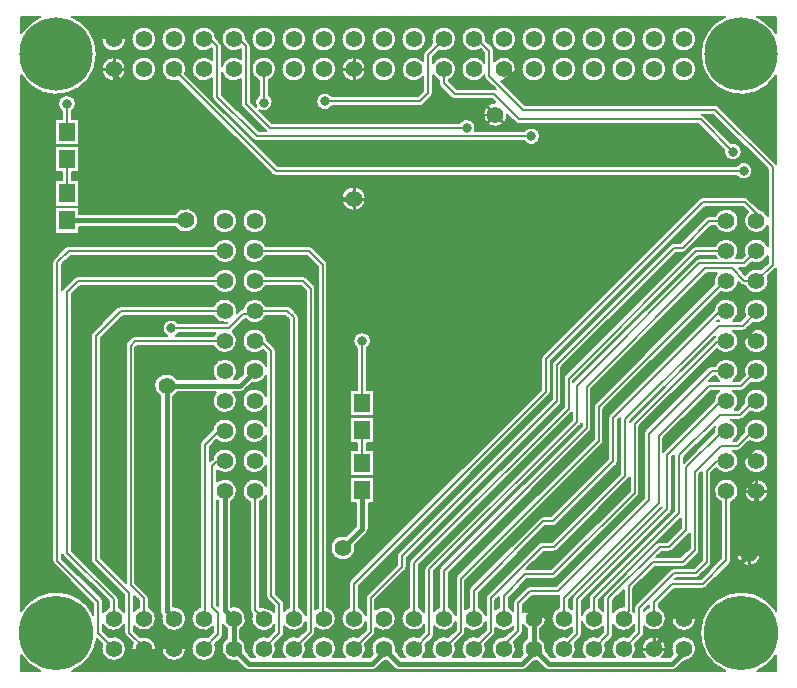
<source format=gbr>
%FSLAX25Y25*%
%MOIN*%
G04 EasyPC Gerber Version 18.0.6 Build 3620 *
%ADD28R,0.05500X0.06000*%
%ADD70C,0.00500*%
%ADD21C,0.00600*%
%ADD22C,0.01000*%
%ADD146C,0.01600*%
%ADD75C,0.03200*%
%ADD90C,0.05500*%
%ADD29C,0.05600*%
%ADD144C,0.24409*%
%ADD145C,0.24803*%
X0Y0D02*
D02*
D70*
X9661Y8781D02*
Y3537D01*
X15876*
G75*
G02X9661Y8781I5364J12662*
G01*
G36*
Y3537*
X15876*
G75*
G02X9661Y8781I5364J12662*
G01*
G37*
Y23617D02*
G75*
G02X33564Y22302I11580J-7418D01*
G01*
Y25880*
X20447Y38996*
G75*
G02X19964Y40163I1167J1167*
G01*
Y139763*
G75*
G02X20447Y140930I1650J0*
G01*
X24206Y144689*
G75*
G02X25373Y145172I1167J-1167*
G01*
X73669*
G75*
G02X77422Y147622I3753J-1650*
G01*
G75*
G02Y139422J-4100*
G01*
G75*
G02X73669Y141872J4100*
G01*
X26056*
X23264Y139080*
Y130329*
G75*
G02X23647Y130930I1550J-566*
G01*
X27406Y134689*
G75*
G02X28573Y135172I1167J-1167*
G01*
X73669*
G75*
G02X77422Y137622I3753J-1650*
G01*
G75*
G02Y129422J-4100*
G01*
G75*
G02X73669Y131872J4100*
G01*
X29256*
X26464Y129080*
Y43646*
X41580Y28530*
G75*
G02X42064Y27363I-1167J-1167*
G01*
Y24716*
G75*
G02X43964Y23014I-1650J-3753*
G01*
Y28680*
X33247Y39396*
G75*
G02X32764Y40563I1167J1167*
G01*
Y115122*
G75*
G02X33247Y116289I1650J0*
G01*
X41647Y124689*
G75*
G02X42814Y125172I1167J-1167*
G01*
X73669*
G75*
G02X81444Y122726I3753J-1650*
G01*
X82447Y123730*
G75*
G02X83378Y124196I1167J-1167*
G01*
G75*
G02X91175Y125172I4044J-674*
G01*
X98255*
G75*
G02X99421Y124689I0J-1650*
G01*
X101580Y122530*
G75*
G02X102064Y121363I-1167J-1167*
G01*
Y24716*
G75*
G02X104364Y22062I-1650J-3753*
G01*
Y130280*
X102771Y131872*
X91175*
G75*
G02X87422Y129422I-3753J1650*
G01*
G75*
G02Y137622J4100*
G01*
G75*
G02X91175Y135172J-4100*
G01*
X103455*
G75*
G02X104621Y134689I0J-1650*
G01*
X107180Y132130*
G75*
G02X107664Y130963I-1167J-1167*
G01*
Y24004*
G75*
G02X108364Y24514I2750J-3041*
G01*
Y138280*
X104771Y141872*
X91175*
G75*
G02X87422Y139422I-3753J1650*
G01*
G75*
G02Y147622J4100*
G01*
G75*
G02X91175Y145172J-4100*
G01*
X105455*
G75*
G02X106621Y144689I0J-1650*
G01*
X111180Y140130*
G75*
G02X111664Y138963I-1167J-1167*
G01*
Y24868*
G75*
G02X114514Y20963I-1250J-3905*
G01*
G75*
G02X107664Y17922I-4100*
G01*
Y16563*
G75*
G02X107180Y15396I-1650J0*
G01*
X104235Y12450*
G75*
G02X103361Y8113I-3821J-1487*
G01*
X107466*
G75*
G02X106314Y10963I2948J2850*
G01*
G75*
G02X114514I4100*
G01*
G75*
G02X113361Y8113I-4100*
G01*
X117466*
G75*
G02X121901Y14784I2948J2850*
G01*
X124364Y17246*
Y19864*
G75*
G02X116314Y20963I-3950J1099*
G01*
G75*
G02X118764Y24716I4100*
G01*
Y32563*
G75*
G02X119247Y33730I1650J0*
G01*
X182764Y97246*
Y107363*
G75*
G02X183247Y108530I1650J0*
G01*
X235647Y160930*
G75*
G02X236814Y161413I1167J-1167*
G01*
X250814*
G75*
G02X251980Y160930I0J-1650*
G01*
X255362Y157548*
G75*
G02X258364Y155118I-775J-4026*
G01*
Y170680*
X240130Y188913*
X236580*
G75*
G02X237180Y188530I-566J-1550*
G01*
X246251Y179459*
G75*
G02X249764Y176563I563J-2896*
G01*
G75*
G02X243864I-2950*
G01*
G75*
G02X243918Y177126I2950J1*
G01*
X235330Y185713*
X175614*
G75*
G02X174447Y186196I0J1650*
G01*
X171664Y188980*
G75*
G02Y188963I-4049J-8*
G01*
G75*
G02X163564I-4050*
G01*
G75*
G02X167630Y193013I4050*
G01*
X166530Y194113*
X154014*
G75*
G02X152847Y194596I0J1650*
G01*
X149247Y198196*
G75*
G02X148764Y199363I1167J1167*
G01*
Y200359*
G75*
G02X146864Y202061I1650J3753*
G01*
Y196163*
G75*
G02X146380Y194996I-1650J0*
G01*
X143580Y192196*
G75*
G02X142414Y191713I-1167J1167*
G01*
X113259*
G75*
G02X107864Y193363I-2445J1650*
G01*
G75*
G02X113259Y195013I2950*
G01*
X141730*
X143564Y196846*
Y201488*
G75*
G02X136314Y204113I-3150J2624*
G01*
G75*
G02X143564Y206737I4100*
G01*
Y208913*
G75*
G02X144047Y210079I1650J0*
G01*
X146593Y212625*
G75*
G02X146314Y214113I3821J1487*
G01*
G75*
G02X154514I4100*
G01*
G75*
G02X148926Y210292I-4100*
G01*
X146864Y208229*
Y206164*
G75*
G02X154514Y204113I3550J-2051*
G01*
G75*
G02X152064Y200359I-4100*
G01*
Y200046*
X154697Y197413*
X167214*
G75*
G02X167705Y197338I0J-1650*
G01*
X164447Y200596*
G75*
G02X163964Y201763I1167J1167*
G01*
Y202061*
G75*
G02X156314Y204113I-3550J2051*
G01*
G75*
G02X163964Y206164I4100*
G01*
Y209480*
X162720Y210723*
G75*
G02X156314Y214113I-2307J3390*
G01*
G75*
G02X164514I4100*
G01*
G75*
G02X164485Y213626I-4099J1*
G01*
X166780Y211330*
G75*
G02X167264Y210163I-1167J-1167*
G01*
Y206737*
G75*
G02X174514Y204113I3150J-2624*
G01*
G75*
G02X169620Y200090I-4100*
G01*
X177497Y192213*
X240814*
G75*
G02X241980Y191730I0J-1650*
G01*
X261167Y172544*
Y202067*
G75*
G02X236032Y209113I-11580J7046*
G01*
G75*
G02X244263Y221578I13555*
G01*
X26565*
G75*
G02X34795Y209113I-5324J-12465*
G01*
G75*
G02X9661Y202067I-13555*
G01*
Y23617*
X23164Y167013D02*
Y169713D01*
X20714*
Y178413*
X28914*
Y169713*
X26464*
Y167013*
X28914*
Y158313*
X20714*
Y167013*
X23164*
Y187413D02*
Y190118D01*
G75*
G02X21864Y192563I1650J2445*
G01*
G75*
G02X27764I2950*
G01*
G75*
G02X26464Y190118I-2950*
G01*
Y187413*
X28914*
Y178713*
X20714*
Y187413*
X23164*
X28914Y151513D02*
Y149313D01*
X20714*
Y158013*
X28914*
Y155813*
X60864*
G75*
G02X68564Y153663I3550J-2150*
G01*
G75*
G02X60864Y151513I-4150*
G01*
X28914*
X36314Y214113D02*
G75*
G02X44514I4100D01*
G01*
G75*
G02X36314I-4100*
G01*
X36414Y204113D02*
G75*
G02X44414I4000D01*
G01*
G75*
G02X36414I-4000*
G01*
X46314D02*
G75*
G02X54514I4100D01*
G01*
G75*
G02X46314I-4100*
G01*
Y214113D02*
G75*
G02X54514I4100D01*
G01*
G75*
G02X46314I-4100*
G01*
X56314D02*
G75*
G02X64514I4100D01*
G01*
G75*
G02X56314I-4100*
G01*
X61901Y200292D02*
G75*
G02X56314Y204113I-1487J3821D01*
G01*
G75*
G02X64514I4100*
G01*
G75*
G02X64235Y202625I-4100J0*
G01*
X95047Y171813*
X247969*
G75*
G02X253364Y170163I2445J-1650*
G01*
G75*
G02X247969Y168513I-2950*
G01*
X94363*
G75*
G02X93197Y168996I0J1650*
G01*
X61901Y200292*
X73164Y201072D02*
G75*
G02X66314Y204113I-2750J3041D01*
G01*
G75*
G02X73164Y207154I4100*
G01*
Y211072*
G75*
G02X66314Y214113I-2750J3041*
G01*
G75*
G02X74503Y214407I4100*
G01*
X75980Y212930*
G75*
G02X76464Y211763I-1167J-1167*
G01*
Y205211*
G75*
G02X82764Y207472I3950J-1099*
G01*
Y210753*
G75*
G02X76314Y214113I-2350J3360*
G01*
G75*
G02X84514I4100*
G01*
G75*
G02X84512Y213998I-4100J-1*
G01*
X85580Y212930*
G75*
G02X86064Y211763I-1167J-1167*
G01*
Y193246*
X87915Y191396*
G75*
G02X88764Y195408I2499J1567*
G01*
Y200359*
G75*
G02X86314Y204113I1650J3753*
G01*
G75*
G02X94514I4100*
G01*
G75*
G02X92064Y200359I-4100*
G01*
Y195408*
G75*
G02X88846Y190464I-1650J-2445*
G01*
X93097Y186213*
X155569*
G75*
G02X160730Y183413I2445J-1650*
G01*
X177169*
G75*
G02X182564Y181763I2445J-1650*
G01*
G75*
G02X177169Y180113I-2950*
G01*
X88014*
G75*
G02X86847Y180596I0J1650*
G01*
X73647Y193796*
G75*
G02X73164Y194963I1167J1167*
G01*
Y201072*
X77422Y149422D02*
G75*
G02Y157622J4100D01*
G01*
G75*
G02Y149422J-4100*
G01*
X86314Y214113D02*
G75*
G02X94514I4100D01*
G01*
G75*
G02X86314I-4100*
G01*
X87422Y149422D02*
G75*
G02Y157622J4100D01*
G01*
G75*
G02Y149422J-4100*
G01*
X96314Y204113D02*
G75*
G02X104514I4100D01*
G01*
G75*
G02X96314I-4100*
G01*
Y214113D02*
G75*
G02X104514I4100D01*
G01*
G75*
G02X96314I-4100*
G01*
X106314Y204113D02*
G75*
G02X114514I4100D01*
G01*
G75*
G02X106314I-4100*
G01*
Y214113D02*
G75*
G02X114514I4100D01*
G01*
G75*
G02X106314I-4100*
G01*
X116314D02*
G75*
G02X124514I4100D01*
G01*
G75*
G02X116314I-4100*
G01*
X116364Y160963D02*
G75*
G02X124464I4050D01*
G01*
G75*
G02X116364I-4050*
G01*
X116414Y204113D02*
G75*
G02X124414I4000D01*
G01*
G75*
G02X116414I-4000*
G01*
X117804Y48593D02*
X121064Y51854D01*
Y59613*
X119114*
Y68313*
X127314*
Y59613*
X125364*
Y50963*
G75*
G02X124734Y49443I-2150J0*
G01*
X120844Y45553*
G75*
G02X120964Y44563I-4031J-989*
G01*
G75*
G02X112664I-4150*
G01*
G75*
G02X117804Y48593I4150*
G01*
X121564Y77313D02*
Y79613D01*
X119114*
Y88313*
X127314*
Y79613*
X124864*
Y77313*
X127314*
Y68613*
X119114*
Y77313*
X121564*
Y97313D02*
Y111077D01*
G75*
G02X120264Y113522I1650J2445*
G01*
G75*
G02X126164I2950*
G01*
G75*
G02X124864Y111077I-2950*
G01*
Y97313*
X127314*
Y88613*
X119114*
Y97313*
X121564*
X126314Y204113D02*
G75*
G02X134514I4100D01*
G01*
G75*
G02X126314I-4100*
G01*
Y214113D02*
G75*
G02X134514I4100D01*
G01*
G75*
G02X126314I-4100*
G01*
X136314D02*
G75*
G02X144514I4100D01*
G01*
G75*
G02X136314I-4100*
G01*
X166314D02*
G75*
G02X174514I4100D01*
G01*
G75*
G02X166314I-4100*
G01*
X176314Y204113D02*
G75*
G02X184514I4100D01*
G01*
G75*
G02X176314I-4100*
G01*
Y214113D02*
G75*
G02X184514I4100D01*
G01*
G75*
G02X176314I-4100*
G01*
X186314Y204113D02*
G75*
G02X194514I4100D01*
G01*
G75*
G02X186314I-4100*
G01*
Y214113D02*
G75*
G02X194514I4100D01*
G01*
G75*
G02X186314I-4100*
G01*
X196314Y204113D02*
G75*
G02X204514I4100D01*
G01*
G75*
G02X196314I-4100*
G01*
Y214113D02*
G75*
G02X204514I4100D01*
G01*
G75*
G02X196314I-4100*
G01*
X206314Y204113D02*
G75*
G02X214514I4100D01*
G01*
G75*
G02X206314I-4100*
G01*
Y214113D02*
G75*
G02X214514I4100D01*
G01*
G75*
G02X206314I-4100*
G01*
X216314Y204113D02*
G75*
G02X224514I4100D01*
G01*
G75*
G02X216314I-4100*
G01*
Y214113D02*
G75*
G02X224514I4100D01*
G01*
G75*
G02X216314I-4100*
G01*
X226314Y204113D02*
G75*
G02X234514I4100D01*
G01*
G75*
G02X226314I-4100*
G01*
Y214113D02*
G75*
G02X234514I4100D01*
G01*
G75*
G02X226314I-4100*
G01*
X9661Y168363D02*
G36*
Y160963D01*
X20714*
Y167013*
X23164*
Y168363*
X9661*
G37*
X23164D02*
G36*
Y169713D01*
X20714*
Y178413*
X28914*
Y169713*
X26464*
Y168363*
X248077*
G75*
G02X247969Y168513I2336J1800*
G01*
X94363*
G75*
G02X93197Y168996I0J1650*
G01*
X75080Y187113*
X28914*
Y178713*
X20714*
Y187113*
X9661*
Y168363*
X23164*
G37*
X26464D02*
G36*
Y167013D01*
X28914*
Y160963*
X116364*
G75*
G02X124464I4050*
G01*
X235682*
G75*
G02X236814Y161413I1132J-1200*
G01*
X250814*
G75*
G02X251980Y160930I0J-1650*
G01*
X255362Y157548*
G75*
G02X258364Y155118I-775J-4026*
G01*
Y168363*
X252751*
G75*
G02X248077I-2337J1800*
G01*
X26464*
G37*
X258364D02*
G36*
Y170680D01*
X240130Y188913*
X236580*
G75*
G02X237180Y188530I-566J-1550*
G01*
X246251Y179459*
G75*
G02X249764Y176563I563J-2896*
G01*
G75*
G02X243864I-2950*
G01*
G75*
G02X243918Y177126I2950J1*
G01*
X235330Y185713*
X175614*
G75*
G02X174447Y186196I0J1650*
G01*
X171664Y188980*
G75*
G02Y188963I-4049J-8*
G01*
G75*
G02X164011Y187113I-4050*
G01*
X159497*
G75*
G02X160730Y183413I-1483J-2550*
G01*
X177169*
G75*
G02X182564Y181763I2445J-1650*
G01*
G75*
G02X177169Y180113I-2950*
G01*
X88014*
G75*
G02X86847Y180596I0J1650*
G01*
X80331Y187113*
X79747*
X95047Y171813*
X247969*
G75*
G02X253364Y170163I2445J-1650*
G01*
G75*
G02X252751Y168363I-2950J0*
G01*
X258364*
G37*
X20714Y187113D02*
G36*
Y187413D01*
X23164*
Y190118*
G75*
G02X21864Y192563I1650J2445*
G01*
G75*
G02X27764I2950*
G01*
G75*
G02X26464Y190118I-2950*
G01*
Y187413*
X28914*
Y187113*
X75080*
X61901Y200292*
G75*
G02X56314Y204113I-1487J3821*
G01*
X54514*
G75*
G02X46314I-4100*
G01*
X44414*
G75*
G02X36414I-4000*
G01*
X33839*
G75*
G02X9661Y202067I-12599J5000*
G01*
Y187113*
X20714*
G37*
X80331D02*
G36*
X73647Y193796D01*
G75*
G02X73164Y194963I1167J1167*
G01*
Y201072*
G75*
G02X66314Y204113I-2750J3041*
G01*
X64514*
G75*
G02X64235Y202625I-4100J0*
G01*
X79747Y187113*
X80331*
G37*
X164011D02*
G36*
G75*
G02X163564Y188963I3603J1850D01*
G01*
G75*
G02X167630Y193013I4050*
G01*
X166530Y194113*
X154014*
G75*
G02X152847Y194596I0J1650*
G01*
X149247Y198196*
G75*
G02X148764Y199363I1167J1167*
G01*
Y200359*
G75*
G02X146864Y202061I1650J3753*
G01*
Y196163*
G75*
G02X146380Y194996I-1650J0*
G01*
X143580Y192196*
G75*
G02X142414Y191713I-1167J1167*
G01*
X113259*
G75*
G02X107864Y193363I-2445J1650*
G01*
G75*
G02X113259Y195013I2950*
G01*
X141730*
X143564Y196846*
Y201488*
G75*
G02X136314Y204113I-3150J2624*
G01*
X134514*
G75*
G02X126314I-4100*
G01*
X124414*
G75*
G02X116414I-4000*
G01*
X114514*
G75*
G02X106314I-4100*
G01*
X104514*
G75*
G02X96314I-4100*
G01*
X94514*
G75*
G02X92064Y200359I-4100*
G01*
Y195408*
G75*
G02X88846Y190464I-1650J-2445*
G01*
X93097Y186213*
X155569*
G75*
G02X159497Y187113I2445J-1650*
G01*
X164011*
G37*
X9661Y153663D02*
G36*
Y23617D01*
G75*
G02X33564Y22302I11580J-7418*
G01*
Y25880*
X20447Y38996*
G75*
G02X19964Y40163I1167J1167*
G01*
Y139763*
G75*
G02X20447Y140930I1650J0*
G01*
X24206Y144689*
G75*
G02X25373Y145172I1167J-1167*
G01*
X73669*
G75*
G02X77422Y147622I3753J-1650*
G01*
G75*
G02Y139422J-4100*
G01*
G75*
G02X73669Y141872J4100*
G01*
X26056*
X23264Y139080*
Y130329*
G75*
G02X23647Y130930I1550J-566*
G01*
X27406Y134689*
G75*
G02X28573Y135172I1167J-1167*
G01*
X73669*
G75*
G02X77422Y137622I3753J-1650*
G01*
G75*
G02Y129422J-4100*
G01*
G75*
G02X73669Y131872J4100*
G01*
X29256*
X26464Y129080*
Y43646*
X41580Y28530*
G75*
G02X42064Y27363I-1167J-1167*
G01*
Y24716*
G75*
G02X43964Y23014I-1650J-3753*
G01*
Y28680*
X33247Y39396*
G75*
G02X32764Y40563I1167J1167*
G01*
Y115122*
G75*
G02X33247Y116289I1650J0*
G01*
X41647Y124689*
G75*
G02X42814Y125172I1167J-1167*
G01*
X73669*
G75*
G02X81444Y122726I3753J-1650*
G01*
X82447Y123730*
G75*
G02X83378Y124196I1167J-1167*
G01*
G75*
G02X91175Y125172I4044J-674*
G01*
X98255*
G75*
G02X99421Y124689I0J-1650*
G01*
X101580Y122530*
G75*
G02X102064Y121363I-1167J-1167*
G01*
Y24716*
G75*
G02X104364Y22062I-1650J-3753*
G01*
Y130280*
X102771Y131872*
X91175*
G75*
G02X87422Y129422I-3753J1650*
G01*
G75*
G02Y137622J4100*
G01*
G75*
G02X91175Y135172J-4100*
G01*
X103455*
G75*
G02X104621Y134689I0J-1650*
G01*
X107180Y132130*
G75*
G02X107664Y130963I-1167J-1167*
G01*
Y24004*
G75*
G02X108364Y24514I2750J-3041*
G01*
Y138280*
X104771Y141872*
X91175*
G75*
G02X87422Y139422I-3753J1650*
G01*
G75*
G02Y147622J4100*
G01*
G75*
G02X91175Y145172J-4100*
G01*
X105455*
G75*
G02X106621Y144689I0J-1650*
G01*
X111180Y140130*
G75*
G02X111664Y138963I-1167J-1167*
G01*
Y102543*
X121564*
Y111077*
G75*
G02X120264Y113522I1650J2445*
G01*
G75*
G02X126164I2950*
G01*
G75*
G02X124864Y111077I-2950*
G01*
Y102543*
X182764*
Y107363*
G75*
G02X183247Y108530I1650J0*
G01*
X228381Y153663*
X91519*
G75*
G02X87422Y149422I-4098J-141*
G01*
G75*
G02X83324Y153663J4100*
G01*
X81519*
G75*
G02X77422Y149422I-4098J-141*
G01*
G75*
G02X73324Y153663J4100*
G01*
X68564*
G75*
G02X60864Y151513I-4150*
G01*
X28914*
Y149313*
X20714*
Y153663*
X9661*
G37*
X20714D02*
G36*
Y158013D01*
X28914*
Y155813*
X60864*
G75*
G02X68564Y153663I3550J-2150*
G01*
X73324*
G75*
G02X77422Y157622I4098J-141*
G01*
G75*
G02X81519Y153663J-4100*
G01*
X83324*
G75*
G02X87422Y157622I4098J-141*
G01*
G75*
G02X91519Y153663J-4100*
G01*
X228381*
X235647Y160930*
G75*
G02X235682Y160963I1163J-1170*
G01*
X124464*
G75*
G02X116364I-4050*
G01*
X28914*
Y158313*
X20714*
Y160963*
X9661*
Y153663*
X20714*
G37*
X33839Y214113D02*
G36*
G75*
G02X34795Y209113I-12599J-5000D01*
G01*
G75*
G02X33839Y204113I-13555*
G01*
X36414*
G75*
G02X44414I4000*
G01*
X46314*
G75*
G02X54514I4100*
G01*
X56314*
G75*
G02X64514I4100*
G01*
X66314*
G75*
G02X73164Y207154I4100*
G01*
Y211072*
G75*
G02X66314Y214113I-2750J3041*
G01*
X64514*
G75*
G02X56314I-4100*
G01*
X54514*
G75*
G02X46314I-4100*
G01*
X44514*
G75*
G02X36314I-4100*
G01*
X33839*
G37*
X36314D02*
G36*
G75*
G02X44514I4100D01*
G01*
X46314*
G75*
G02X54514I4100*
G01*
X56314*
G75*
G02X64514I4100*
G01*
X66314*
G75*
G02X74503Y214407I4100*
G01*
X75980Y212930*
G75*
G02X76464Y211763I-1167J-1167*
G01*
Y205211*
G75*
G02X82764Y207472I3950J-1099*
G01*
Y210753*
G75*
G02X76314Y214113I-2350J3360*
G01*
G75*
G02X84514I4100*
G01*
X86314*
G75*
G02X94514I4100*
G01*
X96314*
G75*
G02X104514I4100*
G01*
X106314*
G75*
G02X114514I4100*
G01*
X116314*
G75*
G02X124514I4100*
G01*
X126314*
G75*
G02X134514I4100*
G01*
X136314*
G75*
G02X144514I4100*
G01*
X146314*
G75*
G02X154514I4100*
G01*
G75*
G02X148926Y210292I-4100*
G01*
X146864Y208229*
Y206164*
G75*
G02X154514Y204113I3550J-2051*
G01*
G75*
G02X152064Y200359I-4100*
G01*
Y200046*
X154697Y197413*
X167214*
G75*
G02X167705Y197338I0J-1650*
G01*
X164447Y200596*
G75*
G02X163964Y201763I1167J1167*
G01*
Y202061*
G75*
G02X156314Y204113I-3550J2051*
G01*
G75*
G02X163964Y206164I4100*
G01*
Y209480*
X162720Y210723*
G75*
G02X156314Y214113I-2307J3390*
G01*
G75*
G02X164514I4100*
G01*
X166314*
G75*
G02X174514I4100*
G01*
X176314*
G75*
G02X184514I4100*
G01*
X186314*
G75*
G02X194514I4100*
G01*
X196314*
G75*
G02X204514I4100*
G01*
X206314*
G75*
G02X214514I4100*
G01*
X216314*
G75*
G02X224514I4100*
G01*
X226314*
G75*
G02X234514I4100*
G01*
X236988*
G75*
G02X244263Y221578I12599J-5000*
G01*
X26565*
G75*
G02X33839Y214113I-5324J-12465*
G01*
X36314*
G37*
X84514D02*
G36*
G75*
G02X84512Y213998I-4100J-1D01*
G01*
X85580Y212930*
G75*
G02X86064Y211763I-1167J-1167*
G01*
Y193246*
X87915Y191396*
G75*
G02X88764Y195408I2499J1567*
G01*
Y200359*
G75*
G02X86314Y204113I1650J3753*
G01*
G75*
G02X94514I4100*
G01*
X96314*
G75*
G02X104514I4100*
G01*
X106314*
G75*
G02X114514I4100*
G01*
X116414*
G75*
G02X124414I4000*
G01*
X126314*
G75*
G02X134514I4100*
G01*
X136314*
G75*
G02X143564Y206737I4100*
G01*
Y208913*
G75*
G02X144047Y210079I1650J0*
G01*
X146593Y212625*
G75*
G02X146314Y214113I3821J1487*
G01*
X144514*
G75*
G02X136314I-4100*
G01*
X134514*
G75*
G02X126314I-4100*
G01*
X124514*
G75*
G02X116314I-4100*
G01*
X114514*
G75*
G02X106314I-4100*
G01*
X104514*
G75*
G02X96314I-4100*
G01*
X94514*
G75*
G02X86314I-4100*
G01*
X84514*
G37*
X164514D02*
G36*
G75*
G02X164485Y213626I-4099J1D01*
G01*
X166780Y211330*
G75*
G02X167264Y210163I-1167J-1167*
G01*
Y206737*
G75*
G02X174514Y204113I3150J-2624*
G01*
X176314*
G75*
G02X184514I4100*
G01*
X186314*
G75*
G02X194514I4100*
G01*
X196314*
G75*
G02X204514I4100*
G01*
X206314*
G75*
G02X214514I4100*
G01*
X216314*
G75*
G02X224514I4100*
G01*
X226314*
G75*
G02X234514I4100*
G01*
X236988*
G75*
G02X236032Y209113I12598J5000*
G01*
G75*
G02X236988Y214113I13554*
G01*
X234514*
G75*
G02X226314I-4100*
G01*
X224514*
G75*
G02X216314I-4100*
G01*
X214514*
G75*
G02X206314I-4100*
G01*
X204514*
G75*
G02X196314I-4100*
G01*
X194514*
G75*
G02X186314I-4100*
G01*
X184514*
G75*
G02X176314I-4100*
G01*
X174514*
G75*
G02X166314I-4100*
G01*
X164514*
G37*
X174514Y204113D02*
G36*
G75*
G02X169620Y200090I-4100D01*
G01*
X177497Y192213*
X240814*
G75*
G02X241980Y191730I0J-1650*
G01*
X261167Y172544*
Y202067*
G75*
G02X236988Y204113I-11580J7046*
G01*
X234514*
G75*
G02X226314I-4100*
G01*
X224514*
G75*
G02X216314I-4100*
G01*
X214514*
G75*
G02X206314I-4100*
G01*
X204514*
G75*
G02X196314I-4100*
G01*
X194514*
G75*
G02X186314I-4100*
G01*
X184514*
G75*
G02X176314I-4100*
G01*
X174514*
G37*
X111664Y54363D02*
G36*
Y24868D01*
G75*
G02X114514Y20963I-1250J-3905*
G01*
G75*
G02X107664Y17922I-4100*
G01*
Y16563*
G75*
G02X107180Y15396I-1650J0*
G01*
X104235Y12450*
G75*
G02X103361Y8113I-3821J-1487*
G01*
X107466*
G75*
G02X106314Y10963I2948J2850*
G01*
G75*
G02X114514I4100*
G01*
G75*
G02X113361Y8113I-4100*
G01*
X117466*
G75*
G02X121901Y14784I2948J2850*
G01*
X124364Y17246*
Y19864*
G75*
G02X116314Y20963I-3950J1099*
G01*
G75*
G02X118764Y24716I4100*
G01*
Y32563*
G75*
G02X119247Y33730I1650J0*
G01*
X139881Y54363*
X125364*
Y50963*
G75*
G02X124734Y49443I-2150J0*
G01*
X120844Y45553*
G75*
G02X120964Y44563I-4031J-989*
G01*
G75*
G02X112664I-4150*
G01*
G75*
G02X117804Y48593I4150*
G01*
X121064Y51854*
Y54363*
X111664*
G37*
X121064D02*
G36*
Y59613D01*
X119114*
Y68313*
X127314*
Y59613*
X125364*
Y54363*
X139881*
X163980Y78463*
X124864*
Y77313*
X127314*
Y68613*
X119114*
Y77313*
X121564*
Y78463*
X111664*
Y54363*
X121064*
G37*
X121564Y78463D02*
G36*
Y79613D01*
X119114*
Y88313*
X127314*
Y79613*
X124864*
Y78463*
X163980*
X182764Y97246*
Y102543*
X124864*
Y97313*
X127314*
Y88613*
X119114*
Y97313*
X121564*
Y102543*
X111664*
Y78463*
X121564*
G37*
X9661Y216159D02*
G75*
G02X15917Y221578I11579J-7046D01*
G01*
X9661*
Y216159*
G36*
G75*
G02X15917Y221578I11579J-7046*
G01*
X9661*
Y216159*
G37*
X23264Y42397D02*
Y40846D01*
X36380Y27730*
G75*
G02X36864Y26563I-1167J-1167*
G01*
Y23014*
G75*
G02X38764Y24716I3550J-2051*
G01*
Y26680*
X23647Y41796*
G75*
G02X23264Y42397I1166J1167*
G01*
G36*
Y40846*
X36380Y27730*
G75*
G02X36864Y26563I-1167J-1167*
G01*
Y23014*
G75*
G02X38764Y24716I3550J-2051*
G01*
Y26680*
X23647Y41796*
G75*
G02X23264Y42397I1166J1167*
G01*
G37*
X26605Y3537D02*
X244223D01*
G75*
G02X235835Y16199I5364J12662*
G01*
G75*
G02X261167Y23617I13752*
G01*
Y137768*
X258408Y135009*
G75*
G02X250834Y131872I-3821J-1487*
G01*
X250655*
G75*
G02X249488Y132356I0J1650*
G01*
X248672Y133171*
G75*
G02X242811Y129827I-4085J351*
G01*
X203664Y90680*
Y80163*
G75*
G02X203180Y78996I-1650J0*
G01*
X157664Y33480*
Y24004*
G75*
G02X158764Y24716I2750J-3041*
G01*
Y30163*
G75*
G02X159247Y31330I1650J0*
G01*
X182447Y54530*
G75*
G02X183614Y55013I1167J-1167*
G01*
X186130*
X205164Y74046*
Y87763*
G75*
G02X205647Y88930I1650J0*
G01*
X240495Y123778*
G75*
G02X244587Y127622I4092J-256*
G01*
G75*
G02X247008Y120213J-4100*
G01*
X249330*
X250883Y121765*
G75*
G02X254587Y127622I3704J1757*
G01*
G75*
G02Y119422J-4100*
G01*
G75*
G02X253386Y119602I0J4100*
G01*
X251180Y117396*
G75*
G02X250014Y116913I-1167J1167*
G01*
X246892*
G75*
G02X244587Y109422I-2305J-3391*
G01*
G75*
G02X241457Y110873J4100*
G01*
X215664Y85080*
Y62963*
G75*
G02X215180Y61796I-1650J0*
G01*
X187980Y34596*
G75*
G02X186814Y34113I-1167J1167*
G01*
X178297*
X172064Y27880*
Y24716*
G75*
G02X173564Y23587I-1650J-3753*
G01*
Y26163*
G75*
G02X174047Y27330I1650J0*
G01*
X178047Y31330*
G75*
G02X179214Y31813I1167J-1167*
G01*
X187730*
X217164Y61246*
Y82563*
G75*
G02X217647Y83730I1650J0*
G01*
X238606Y104689*
G75*
G02X239773Y105172I1167J-1167*
G01*
X240834*
G75*
G02X244587Y107622I3753J-1650*
G01*
G75*
G02X247008Y100213J-4100*
G01*
X248944*
X250766Y102035*
G75*
G02X254587Y107622I3821J1487*
G01*
G75*
G02Y99422J-4100*
G01*
G75*
G02X253100Y99701I0J4100*
G01*
X250794Y97396*
G75*
G02X249628Y96913I-1167J1167*
G01*
X246892*
G75*
G02X247476Y90613I-2305J-3391*
G01*
X248530*
X250578Y92661*
G75*
G02X254587Y97622I4009J861*
G01*
G75*
G02Y89422J-4100*
G01*
G75*
G02X252549Y89965J4100*
G01*
X250380Y87796*
G75*
G02X249214Y87313I-1167J1167*
G01*
X246149*
G75*
G02X247008Y80213I-1562J-3791*
G01*
X247730*
X250520Y83003*
G75*
G02X254587Y87622I4067J519*
G01*
G75*
G02Y79422J-4100*
G01*
G75*
G02X252302Y80118J4100*
G01*
X249580Y77396*
G75*
G02X248414Y76913I-1167J1167*
G01*
X246892*
G75*
G02X244587Y69422I-2305J-3391*
G01*
G75*
G02X241281Y71097J4100*
G01*
X239664Y69480*
Y39763*
G75*
G02X239180Y38596I-1650J0*
G01*
X235580Y34996*
G75*
G02X234414Y34513I-1167J1167*
G01*
X227897*
X227597Y34213*
X236130*
X242937Y41020*
Y59769*
G75*
G02X244587Y67622I1650J3753*
G01*
G75*
G02X246237Y59769J-4100*
G01*
Y40336*
G75*
G02X245754Y39170I-1650J0*
G01*
X237980Y31396*
G75*
G02X236814Y30913I-1167J1167*
G01*
X227097*
X222064Y25880*
Y24716*
G75*
G02X224514Y20963I-1650J-3753*
G01*
G75*
G02X217264Y18339I-4100*
G01*
Y16163*
G75*
G02X216780Y14996I-1650J0*
G01*
X214235Y12450*
G75*
G02X213361Y8113I-3821J-1487*
G01*
X217607*
G75*
G02X216414Y10963I2807J2850*
G01*
G75*
G02X224414I4000*
G01*
G75*
G02X223220Y8113I-4000*
G01*
X225773*
X226761Y9101*
G75*
G02X226314Y10963I3653J1862*
G01*
G75*
G02X234514I4100*
G01*
G75*
G02X230609Y6868I-4100*
G01*
X228184Y4443*
G75*
G02X226664Y3813I-1520J1520*
G01*
X185414*
G75*
G02X183893Y4443I0J2150*
G01*
X181362Y6974*
G75*
G02X180609Y6868I-947J3989*
G01*
X178184Y4443*
G75*
G02X176664Y3813I-1520J1520*
G01*
X135414*
G75*
G02X133893Y4443I0J2150*
G01*
X131362Y6974*
G75*
G02X130609Y6868I-947J3989*
G01*
X128184Y4443*
G75*
G02X126664Y3813I-1520J1520*
G01*
X85414*
G75*
G02X83893Y4443I0J2150*
G01*
X81362Y6974*
G75*
G02X78264Y14454I-948J3989*
G01*
Y17472*
G75*
G02X76864Y18912I2150J3491*
G01*
Y15763*
G75*
G02X76380Y14596I-1650J0*
G01*
X74235Y12450*
G75*
G02X74514Y10963I-3821J-1487*
G01*
G75*
G02X66314I-4100*
G01*
G75*
G02X71901Y14784I4100*
G01*
X73564Y16446*
Y18339*
G75*
G02X66314Y20963I-3150J2624*
G01*
G75*
G02X69164Y24868I4100*
G01*
Y78963*
G75*
G02X69647Y80130I1650J0*
G01*
X73332Y83815*
G75*
G02X77422Y87622I4089J-293*
G01*
G75*
G02Y79422J-4100*
G01*
G75*
G02X74669Y80484I0J4100*
G01*
X72464Y78280*
Y73346*
X73391Y74274*
G75*
G02X77422Y77622I4030J-752*
G01*
G75*
G02Y69422J-4100*
G01*
G75*
G02X74864Y70318J4100*
G01*
Y66726*
G75*
G02X77422Y67622I2558J-3204*
G01*
G75*
G02X79572Y60031J-4100*
G01*
Y24976*
G75*
G02X82564Y17472I842J-4013*
G01*
Y14454*
G75*
G02X84403Y10015I-2151J-3492*
G01*
X86304Y8113*
X87466*
G75*
G02X91901Y14784I2948J2850*
G01*
X93964Y16846*
Y18912*
G75*
G02X86593Y22450I-3550J2052*
G01*
X86255Y22789*
G75*
G02X85772Y23955I1167J1167*
G01*
Y59769*
G75*
G02X87422Y67622I1650J3753*
G01*
G75*
G02X91164Y65197J-4100*
G01*
Y71847*
G75*
G02X87422Y69422I-3742J1675*
G01*
G75*
G02Y77622J4100*
G01*
G75*
G02X91164Y75197J-4100*
G01*
Y81847*
G75*
G02X87422Y79422I-3742J1675*
G01*
G75*
G02Y87622J4100*
G01*
G75*
G02X91164Y85197J-4100*
G01*
Y91847*
G75*
G02X87422Y89422I-3742J1675*
G01*
G75*
G02Y97622J4100*
G01*
G75*
G02X91164Y95197J-4100*
G01*
Y101847*
G75*
G02X86473Y99533I-3743J1676*
G01*
X83983Y97043*
G75*
G02X82463Y96413I-1520J1520*
G01*
X80329*
G75*
G02X77422Y89422I-2907J-2891*
G01*
G75*
G02X74514Y96413J4100*
G01*
X61563*
G75*
G02X60164Y95013I-3550J2150*
G01*
Y25056*
G75*
G02X64514Y20963I250J-4093*
G01*
G75*
G02X56314I-4100*
G01*
G75*
G02X56426Y21914I4100*
G01*
G75*
G02X55864Y23363I1588J1449*
G01*
Y95013*
G75*
G02X53864Y98563I2150J3550*
G01*
G75*
G02X61563Y100713I4150*
G01*
X74435*
G75*
G02X77422Y107622I2987J2809*
G01*
G75*
G02X80408Y100713J-4100*
G01*
X81572*
X83433Y102574*
G75*
G02X91164Y105197I3989J948*
G01*
Y109480*
X90167Y110477*
G75*
G02X87422Y109422I-2745J3045*
G01*
G75*
G02Y117622J4100*
G01*
G75*
G02X91512Y113798J-4100*
G01*
X93980Y111330*
G75*
G02X94464Y110163I-1167J-1167*
G01*
Y29246*
X96780Y26930*
G75*
G02X97264Y25763I-1167J-1167*
G01*
Y23587*
G75*
G02X98764Y24716I3150J-2624*
G01*
Y120680*
X97571Y121872*
X91175*
G75*
G02X84276Y120892I-3753J1650*
G01*
X80052Y116667*
G75*
G02X77422Y109422I-2630J-3145*
G01*
G75*
G02X73669Y111872J4100*
G01*
X48297*
X47664Y111239*
Y32846*
X51580Y28930*
G75*
G02X52064Y27763I-1167J-1167*
G01*
Y24716*
G75*
G02X54514Y20963I-1650J-3753*
G01*
G75*
G02X47264Y18339I-4100*
G01*
Y16846*
X49224Y14887*
G75*
G02X54514Y10963I1190J-3924*
G01*
G75*
G02X46314I-4100*
G01*
G75*
G02X46714Y12730I4100*
G01*
X44447Y14996*
G75*
G02X43964Y16163I1167J1167*
G01*
Y18912*
G75*
G02X36864I-3550J2051*
G01*
Y16846*
X38926Y14784*
G75*
G02X44514Y10963I1487J-3821*
G01*
G75*
G02X36314I-4100*
G01*
G75*
G02X36593Y12450I4100J0*
G01*
X34846Y14198*
G75*
G02X26605Y3537I-13605J2002*
G01*
X56314Y10963D02*
G75*
G02X64514I4100D01*
G01*
G75*
G02X56314I-4100*
G01*
X226314Y20963D02*
G75*
G02X234514I4100D01*
G01*
G75*
G02X226314I-4100*
G01*
X247964Y42563D02*
G75*
G02X256064I4050D01*
G01*
G75*
G02X247964I-4050*
G01*
X254587Y59522D02*
G75*
G02Y67522J4000D01*
G01*
G75*
G02Y59522J-4000*
G01*
Y69422D02*
G75*
G02Y77622J4100D01*
G01*
G75*
G02Y69422J-4100*
G01*
Y109422D02*
G75*
G02Y117622J4100D01*
G01*
G75*
G02Y109422J-4100*
G01*
X54514Y10963D02*
G36*
G75*
G02X46314I-4100D01*
G01*
G75*
G02X46714Y12730I4100*
G01*
X44447Y14996*
G75*
G02X43964Y16163I1167J1167*
G01*
Y18912*
G75*
G02X36864I-3550J2051*
G01*
Y16846*
X38926Y14784*
G75*
G02X44514Y10963I1487J-3821*
G01*
G75*
G02X36314I-4100*
G01*
G75*
G02X36593Y12450I4100J0*
G01*
X34846Y14198*
G75*
G02X26605Y3537I-13605J2002*
G01*
X244223*
G75*
G02X235835Y16199I5364J12662*
G01*
G75*
G02X236687Y20963I13751*
G01*
X234514*
G75*
G02X226314I-4100*
G01*
X224514*
G75*
G02X217264Y18339I-4100*
G01*
Y16163*
G75*
G02X216780Y14996I-1650J0*
G01*
X214235Y12450*
G75*
G02X213361Y8113I-3821J-1487*
G01*
X217607*
G75*
G02X216414Y10963I2807J2850*
G01*
G75*
G02X224414I4000*
G01*
G75*
G02X223220Y8113I-4000*
G01*
X225773*
X226761Y9101*
G75*
G02X226314Y10963I3653J1862*
G01*
G75*
G02X234514I4100*
G01*
G75*
G02X230609Y6868I-4100*
G01*
X228184Y4443*
G75*
G02X226664Y3813I-1520J1520*
G01*
X185414*
G75*
G02X183893Y4443I0J2150*
G01*
X181362Y6974*
G75*
G02X180609Y6868I-947J3989*
G01*
X178184Y4443*
G75*
G02X176664Y3813I-1520J1520*
G01*
X135414*
G75*
G02X133893Y4443I0J2150*
G01*
X131362Y6974*
G75*
G02X130609Y6868I-947J3989*
G01*
X128184Y4443*
G75*
G02X126664Y3813I-1520J1520*
G01*
X85414*
G75*
G02X83893Y4443I0J2150*
G01*
X81362Y6974*
G75*
G02X78264Y14454I-948J3989*
G01*
Y17472*
G75*
G02X76864Y18912I2150J3491*
G01*
Y15763*
G75*
G02X76380Y14596I-1650J0*
G01*
X74235Y12450*
G75*
G02X74514Y10963I-3821J-1487*
G01*
G75*
G02X66314I-4100*
G01*
X64514*
G75*
G02X56314I-4100*
G01*
X54514*
G37*
X56314D02*
G36*
G75*
G02X64514I4100D01*
G01*
X66314*
G75*
G02X71901Y14784I4100*
G01*
X73564Y16446*
Y18339*
G75*
G02X66314Y20963I-3150J2624*
G01*
G75*
G02X69164Y24868I4100*
G01*
Y78963*
G75*
G02X69647Y80130I1650J0*
G01*
X73332Y83815*
G75*
G02X77422Y87622I4089J-293*
G01*
G75*
G02Y79422J-4100*
G01*
G75*
G02X74669Y80484I0J4100*
G01*
X72464Y78280*
Y73346*
X73391Y74274*
G75*
G02X77422Y77622I4030J-752*
G01*
G75*
G02Y69422J-4100*
G01*
G75*
G02X74864Y70318J4100*
G01*
Y66726*
G75*
G02X77422Y67622I2558J-3204*
G01*
G75*
G02X79572Y60031J-4100*
G01*
Y24976*
G75*
G02X82564Y17472I842J-4013*
G01*
Y14454*
G75*
G02X84403Y10015I-2151J-3492*
G01*
X86304Y8113*
X87466*
G75*
G02X91901Y14784I2948J2850*
G01*
X93964Y16846*
Y18912*
G75*
G02X86593Y22450I-3550J2052*
G01*
X86255Y22789*
G75*
G02X85772Y23955I1167J1167*
G01*
Y59769*
G75*
G02X87422Y67622I1650J3753*
G01*
G75*
G02X91164Y65197J-4100*
G01*
Y71847*
G75*
G02X87422Y69422I-3742J1675*
G01*
G75*
G02Y77622J4100*
G01*
G75*
G02X91164Y75197J-4100*
G01*
Y81847*
G75*
G02X87422Y79422I-3742J1675*
G01*
G75*
G02Y87622J4100*
G01*
G75*
G02X91164Y85197J-4100*
G01*
Y91847*
G75*
G02X87422Y89422I-3742J1675*
G01*
G75*
G02Y97622J4100*
G01*
G75*
G02X91164Y95197J-4100*
G01*
Y101847*
G75*
G02X86473Y99533I-3743J1676*
G01*
X83983Y97043*
G75*
G02X82463Y96413I-1520J1520*
G01*
X80329*
G75*
G02X77422Y89422I-2907J-2891*
G01*
G75*
G02X74514Y96413J4100*
G01*
X61563*
G75*
G02X60164Y95013I-3550J2150*
G01*
Y25056*
G75*
G02X64514Y20963I250J-4093*
G01*
G75*
G02X56314I-4100*
G01*
G75*
G02X56426Y21914I4100*
G01*
G75*
G02X55864Y23363I1588J1449*
G01*
Y95013*
G75*
G02X53864Y98563I2150J3550*
G01*
G75*
G02X61563Y100713I4150*
G01*
X74435*
G75*
G02X77422Y107622I2987J2809*
G01*
G75*
G02X80408Y100713J-4100*
G01*
X81572*
X83433Y102574*
G75*
G02X91164Y105197I3989J948*
G01*
Y109480*
X90167Y110477*
G75*
G02X87422Y109422I-2745J3045*
G01*
G75*
G02Y117622J4100*
G01*
G75*
G02X91512Y113798J-4100*
G01*
X93980Y111330*
G75*
G02X94464Y110163I-1167J-1167*
G01*
Y29246*
X96780Y26930*
G75*
G02X97264Y25763I-1167J-1167*
G01*
Y23587*
G75*
G02X98764Y24716I3150J-2624*
G01*
Y120680*
X97571Y121872*
X91175*
G75*
G02X84276Y120892I-3753J1650*
G01*
X80052Y116667*
G75*
G02X77422Y109422I-2630J-3145*
G01*
G75*
G02X73669Y111872J4100*
G01*
X48297*
X47664Y111239*
Y32846*
X51580Y28930*
G75*
G02X52064Y27763I-1167J-1167*
G01*
Y24716*
G75*
G02X54514Y20963I-1650J-3753*
G01*
G75*
G02X47264Y18339I-4100*
G01*
Y16846*
X49224Y14887*
G75*
G02X54514Y10963I1190J-3924*
G01*
X56314*
G37*
X226314Y20963D02*
G36*
G75*
G02X234514I4100D01*
G01*
X236687*
G75*
G02X261167Y23617I12900J-4764*
G01*
Y42563*
X256064*
G75*
G02X247964I-4050*
G01*
X246237*
Y40336*
G75*
G02X245754Y39170I-1650J0*
G01*
X237980Y31396*
G75*
G02X236814Y30913I-1167J1167*
G01*
X227097*
X222064Y25880*
Y24716*
G75*
G02X224514Y20963I-1650J-3753*
G01*
X226314*
G37*
X247964Y42563D02*
G36*
G75*
G02X256064I4050D01*
G01*
X261167*
Y63522*
X258587*
G75*
G02X254587Y59522I-4000*
G01*
G75*
G02X250587Y63522J4000*
G01*
X248687*
G75*
G02X246237Y59769I-4100*
G01*
Y42563*
X247964*
G37*
X250587Y63522D02*
G36*
G75*
G02X254587Y67522I4000D01*
G01*
G75*
G02X258587Y63522J-4000*
G01*
X261167*
Y73522*
X258687*
G75*
G02X254587Y69422I-4100*
G01*
G75*
G02X250487Y73522J4100*
G01*
X248687*
G75*
G02X244587Y69422I-4100*
G01*
G75*
G02X241281Y71097J4100*
G01*
X239664Y69480*
Y39763*
G75*
G02X239180Y38596I-1650J0*
G01*
X235580Y34996*
G75*
G02X234414Y34513I-1167J1167*
G01*
X227897*
X227597Y34213*
X236130*
X242937Y41020*
Y59769*
G75*
G02X244587Y67622I1650J3753*
G01*
G75*
G02X248687Y63522J-4100*
G01*
X250587*
G37*
X250487Y73522D02*
G36*
G75*
G02X254587Y77622I4100D01*
G01*
G75*
G02X258687Y73522J-4100*
G01*
X261167*
Y113522*
X258687*
G75*
G02X254587Y109422I-4100*
G01*
G75*
G02X250487Y113522J4100*
G01*
X248687*
G75*
G02X244587Y109422I-4100*
G01*
G75*
G02X241457Y110873J4100*
G01*
X215664Y85080*
Y62963*
G75*
G02X215180Y61796I-1650J0*
G01*
X187980Y34596*
G75*
G02X186814Y34113I-1167J1167*
G01*
X178297*
X172064Y27880*
Y24716*
G75*
G02X173564Y23587I-1650J-3753*
G01*
Y26163*
G75*
G02X174047Y27330I1650J0*
G01*
X178047Y31330*
G75*
G02X179214Y31813I1167J-1167*
G01*
X187730*
X217164Y61246*
Y82563*
G75*
G02X217647Y83730I1650J0*
G01*
X238606Y104689*
G75*
G02X239773Y105172I1167J-1167*
G01*
X240834*
G75*
G02X244587Y107622I3753J-1650*
G01*
G75*
G02X247008Y100213J-4100*
G01*
X248944*
X250766Y102035*
G75*
G02X254587Y107622I3821J1487*
G01*
G75*
G02Y99422J-4100*
G01*
G75*
G02X253100Y99701I0J4100*
G01*
X250794Y97396*
G75*
G02X249628Y96913I-1167J1167*
G01*
X246892*
G75*
G02X247476Y90613I-2305J-3391*
G01*
X248530*
X250578Y92661*
G75*
G02X254587Y97622I4009J861*
G01*
G75*
G02Y89422J-4100*
G01*
G75*
G02X252549Y89965J4100*
G01*
X250380Y87796*
G75*
G02X249214Y87313I-1167J1167*
G01*
X246149*
G75*
G02X247008Y80213I-1562J-3791*
G01*
X247730*
X250520Y83003*
G75*
G02X254587Y87622I4067J519*
G01*
G75*
G02Y79422J-4100*
G01*
G75*
G02X252302Y80118J4100*
G01*
X249580Y77396*
G75*
G02X248414Y76913I-1167J1167*
G01*
X246892*
G75*
G02X248687Y73522I-2305J-3391*
G01*
X250487*
G37*
Y113522D02*
G36*
G75*
G02X254587Y117622I4100D01*
G01*
G75*
G02X258687Y113522J-4100*
G01*
X261167*
Y137768*
X258408Y135009*
G75*
G02X250834Y131872I-3821J-1487*
G01*
X250655*
G75*
G02X249488Y132356I0J1650*
G01*
X248672Y133171*
G75*
G02X242811Y129827I-4085J351*
G01*
X203664Y90680*
Y80163*
G75*
G02X203180Y78996I-1650J0*
G01*
X157664Y33480*
Y24004*
G75*
G02X158764Y24716I2750J-3041*
G01*
Y30163*
G75*
G02X159247Y31330I1650J0*
G01*
X182447Y54530*
G75*
G02X183614Y55013I1167J-1167*
G01*
X186130*
X205164Y74046*
Y87763*
G75*
G02X205647Y88930I1650J0*
G01*
X240495Y123778*
G75*
G02X244587Y127622I4092J-256*
G01*
G75*
G02X247008Y120213J-4100*
G01*
X249330*
X250883Y121765*
G75*
G02X254587Y127622I3704J1757*
G01*
G75*
G02Y119422J-4100*
G01*
G75*
G02X253386Y119602I0J4100*
G01*
X251180Y117396*
G75*
G02X250014Y116913I-1167J1167*
G01*
X246892*
G75*
G02X248687Y113522I-2305J-3391*
G01*
X250487*
G37*
X44364Y32946D02*
Y111922D01*
G75*
G02X44847Y113089I1650J0*
G01*
X46447Y114689*
G75*
G02X47614Y115172I1167J-1167*
G01*
X58203*
G75*
G02X56664Y117763I1411J2591*
G01*
G75*
G02X62059Y119413I2950*
G01*
X78130*
X78217Y119500*
G75*
G02X73669Y121872I-796J4022*
G01*
X43497*
X36064Y114439*
Y41246*
X44364Y32946*
G36*
Y111922*
G75*
G02X44847Y113089I1650J0*
G01*
X46447Y114689*
G75*
G02X47614Y115172I1167J-1167*
G01*
X58203*
G75*
G02X56664Y117763I1411J2591*
G01*
G75*
G02X62059Y119413I2950*
G01*
X78130*
X78217Y119500*
G75*
G02X73669Y121872I-796J4022*
G01*
X43497*
X36064Y114439*
Y41246*
X44364Y32946*
G37*
X47264Y23587D02*
G75*
G02X48764Y24716I3150J-2624D01*
G01*
Y27080*
X47264Y28580*
Y23587*
G36*
G75*
G02X48764Y24716I3150J-2624*
G01*
Y27080*
X47264Y28580*
Y23587*
G37*
X61024Y115172D02*
X73669D01*
G75*
G02X74244Y116113I3753J-1649*
G01*
X62059*
G75*
G02X61024Y115172I-2445J1650*
G01*
G36*
X73669*
G75*
G02X74244Y116113I3753J-1649*
G01*
X62059*
G75*
G02X61024Y115172I-2445J1650*
G01*
G37*
X74864Y60318D02*
Y25646D01*
X75272Y25239*
Y60031*
G75*
G02X74864Y60318I2148J3491*
G01*
G36*
Y25646*
X75272Y25239*
Y60031*
G75*
G02X74864Y60318I2148J3491*
G01*
G37*
X76464Y203014D02*
Y195646D01*
X88697Y183413*
X91230*
X83247Y191396*
G75*
G02X82764Y192563I1167J1167*
G01*
Y200753*
G75*
G02X76464Y203014I-2350J3360*
G01*
G36*
Y195646*
X88697Y183413*
X91230*
X83247Y191396*
G75*
G02X82764Y192563I1167J1167*
G01*
Y200753*
G75*
G02X76464Y203014I-2350J3360*
G01*
G37*
X89072Y24837D02*
G75*
G02X93964Y23014I1342J-3874D01*
G01*
Y25080*
X91647Y27396*
G75*
G02X91164Y28563I1167J1167*
G01*
Y61847*
G75*
G02X89072Y59769I-3742J1675*
G01*
Y24837*
G36*
G75*
G02X93964Y23014I1342J-3874*
G01*
Y25080*
X91647Y27396*
G75*
G02X91164Y28563I1167J1167*
G01*
Y61847*
G75*
G02X89072Y59769I-3742J1675*
G01*
Y24837*
G37*
X93361Y8113D02*
X97466D01*
G75*
G02X101901Y14784I2948J2850*
G01*
X104364Y17246*
Y19864*
G75*
G02X97264Y18339I-3950J1099*
G01*
Y16163*
G75*
G02X96780Y14996I-1650J0*
G01*
X94235Y12450*
G75*
G02X93361Y8113I-3821J-1487*
G01*
G36*
X97466*
G75*
G02X101901Y14784I2948J2850*
G01*
X104364Y17246*
Y19864*
G75*
G02X97264Y18339I-3950J1099*
G01*
Y16163*
G75*
G02X96780Y14996I-1650J0*
G01*
X94235Y12450*
G75*
G02X93361Y8113I-3821J-1487*
G01*
G37*
X122064Y24716D02*
G75*
G02X124364Y22062I-1650J-3753D01*
G01*
Y27763*
G75*
G02X124847Y28930I1650J0*
G01*
X134764Y38846*
Y41763*
G75*
G02X135247Y42930I1650J0*
G01*
X186364Y94046*
Y105363*
G75*
G02X186847Y106530I1650J0*
G01*
X226047Y145730*
G75*
G02X227214Y146213I1167J-1167*
G01*
X229330*
X237806Y154689*
G75*
G02X238973Y155172I1167J-1167*
G01*
X240834*
G75*
G02X244587Y157622I3753J-1650*
G01*
G75*
G02Y149422J-4100*
G01*
G75*
G02X240834Y151872J4100*
G01*
X239656*
X231180Y143396*
G75*
G02X230014Y142913I-1167J1167*
G01*
X227897*
X189664Y104680*
Y93363*
G75*
G02X189180Y92196I-1650J0*
G01*
X138064Y41080*
Y38163*
G75*
G02X137580Y36996I-1650J0*
G01*
X127664Y27080*
Y24004*
G75*
G02X134514Y20963I2750J-3041*
G01*
G75*
G02X127664Y17922I-4100*
G01*
Y16563*
G75*
G02X127180Y15396I-1650J0*
G01*
X124235Y12450*
G75*
G02X123361Y8113I-3821J-1487*
G01*
X125773*
X126761Y9101*
G75*
G02X126314Y10963I3653J1862*
G01*
G75*
G02X134514I4100*
G01*
G75*
G02X134403Y10015I-4100J-1*
G01*
X136304Y8113*
X137466*
G75*
G02X142180Y14663I2948J2850*
G01*
X143964Y16446*
Y18912*
G75*
G02X136314Y20963I-3550J2051*
G01*
G75*
G02X138764Y24716I4100*
G01*
Y39363*
G75*
G02X139247Y40530I1650J0*
G01*
X190364Y91646*
Y100963*
G75*
G02X190847Y102130I1650J0*
G01*
X233406Y144689*
G75*
G02X234573Y145172I1167J-1167*
G01*
X240834*
G75*
G02X244587Y147622I3753J-1650*
G01*
G75*
G02X247830Y141013J-4100*
G01*
X249744*
X250766Y142035*
G75*
G02X258364Y145118I3821J1487*
G01*
Y151926*
G75*
G02X254587Y149422I-3777J1596*
G01*
G75*
G02X251756Y156487J4100*
G01*
X250130Y158113*
X237497*
X186064Y106680*
Y96563*
G75*
G02X185580Y95396I-1650J0*
G01*
X122064Y31880*
Y24716*
G36*
G75*
G02X124364Y22062I-1650J-3753*
G01*
Y27763*
G75*
G02X124847Y28930I1650J0*
G01*
X134764Y38846*
Y41763*
G75*
G02X135247Y42930I1650J0*
G01*
X186364Y94046*
Y105363*
G75*
G02X186847Y106530I1650J0*
G01*
X226047Y145730*
G75*
G02X227214Y146213I1167J-1167*
G01*
X229330*
X237806Y154689*
G75*
G02X238973Y155172I1167J-1167*
G01*
X240834*
G75*
G02X244587Y157622I3753J-1650*
G01*
G75*
G02Y149422J-4100*
G01*
G75*
G02X240834Y151872J4100*
G01*
X239656*
X231180Y143396*
G75*
G02X230014Y142913I-1167J1167*
G01*
X227897*
X189664Y104680*
Y93363*
G75*
G02X189180Y92196I-1650J0*
G01*
X138064Y41080*
Y38163*
G75*
G02X137580Y36996I-1650J0*
G01*
X127664Y27080*
Y24004*
G75*
G02X134514Y20963I2750J-3041*
G01*
G75*
G02X127664Y17922I-4100*
G01*
Y16563*
G75*
G02X127180Y15396I-1650J0*
G01*
X124235Y12450*
G75*
G02X123361Y8113I-3821J-1487*
G01*
X125773*
X126761Y9101*
G75*
G02X126314Y10963I3653J1862*
G01*
G75*
G02X134514I4100*
G01*
G75*
G02X134403Y10015I-4100J-1*
G01*
X136304Y8113*
X137466*
G75*
G02X142180Y14663I2948J2850*
G01*
X143964Y16446*
Y18912*
G75*
G02X136314Y20963I-3550J2051*
G01*
G75*
G02X138764Y24716I4100*
G01*
Y39363*
G75*
G02X139247Y40530I1650J0*
G01*
X190364Y91646*
Y100963*
G75*
G02X190847Y102130I1650J0*
G01*
X233406Y144689*
G75*
G02X234573Y145172I1167J-1167*
G01*
X240834*
G75*
G02X244587Y147622I3753J-1650*
G01*
G75*
G02X247830Y141013J-4100*
G01*
X249744*
X250766Y142035*
G75*
G02X258364Y145118I3821J1487*
G01*
Y151926*
G75*
G02X254587Y149422I-3777J1596*
G01*
G75*
G02X251756Y156487J4100*
G01*
X250130Y158113*
X237497*
X186064Y106680*
Y96563*
G75*
G02X185580Y95396I-1650J0*
G01*
X122064Y31880*
Y24716*
G37*
X142064D02*
G75*
G02X143964Y23014I-1650J-3753D01*
G01*
Y37363*
G75*
G02X144447Y38530I1650J0*
G01*
X193164Y87246*
Y89780*
X142064Y38680*
Y24716*
G36*
G75*
G02X143964Y23014I-1650J-3753*
G01*
Y37363*
G75*
G02X144447Y38530I1650J0*
G01*
X193164Y87246*
Y89780*
X142064Y38680*
Y24716*
G37*
X143361Y8113D02*
X147466D01*
G75*
G02X151901Y14784I2948J2850*
G01*
X154364Y17246*
Y19864*
G75*
G02X147264Y18339I-3950J1099*
G01*
Y15763*
G75*
G02X146780Y14596I-1650J0*
G01*
X144337Y12153*
G75*
G02X143361Y8113I-3924J-1190*
G01*
G36*
X147466*
G75*
G02X151901Y14784I2948J2850*
G01*
X154364Y17246*
Y19864*
G75*
G02X147264Y18339I-3950J1099*
G01*
Y15763*
G75*
G02X146780Y14596I-1650J0*
G01*
X144337Y12153*
G75*
G02X143361Y8113I-3924J-1190*
G01*
G37*
X147264Y23587D02*
G75*
G02X148764Y24716I3150J-2624D01*
G01*
Y36963*
G75*
G02X149247Y38130I1650J0*
G01*
X196364Y85246*
Y85997*
G75*
G02X195980Y85396I-1550J566*
G01*
X147264Y36680*
Y23587*
G36*
G75*
G02X148764Y24716I3150J-2624*
G01*
Y36963*
G75*
G02X149247Y38130I1650J0*
G01*
X196364Y85246*
Y85997*
G75*
G02X195980Y85396I-1550J566*
G01*
X147264Y36680*
Y23587*
G37*
X152064Y24716D02*
G75*
G02X154364Y22062I-1650J-3753D01*
G01*
Y34163*
G75*
G02X154847Y35330I1650J0*
G01*
X200364Y80846*
Y91363*
G75*
G02X200847Y92530I1650J0*
G01*
X240660Y132343*
G75*
G02X241409Y136113I3927J1179*
G01*
X238297*
X199664Y97480*
Y84563*
G75*
G02X199180Y83396I-1650J0*
G01*
X152064Y36280*
Y24716*
G36*
G75*
G02X154364Y22062I-1650J-3753*
G01*
Y34163*
G75*
G02X154847Y35330I1650J0*
G01*
X200364Y80846*
Y91363*
G75*
G02X200847Y92530I1650J0*
G01*
X240660Y132343*
G75*
G02X241409Y136113I3927J1179*
G01*
X238297*
X199664Y97480*
Y84563*
G75*
G02X199180Y83396I-1650J0*
G01*
X152064Y36280*
Y24716*
G37*
X153361Y8113D02*
X157466D01*
G75*
G02X161901Y14784I2948J2850*
G01*
X164364Y17246*
Y19864*
G75*
G02X157664Y17922I-3950J1099*
G01*
Y16563*
G75*
G02X157180Y15396I-1650J0*
G01*
X154235Y12450*
G75*
G02X153361Y8113I-3821J-1487*
G01*
G36*
X157466*
G75*
G02X161901Y14784I2948J2850*
G01*
X164364Y17246*
Y19864*
G75*
G02X157664Y17922I-3950J1099*
G01*
Y16563*
G75*
G02X157180Y15396I-1650J0*
G01*
X154235Y12450*
G75*
G02X153361Y8113I-3821J-1487*
G01*
G37*
X162064Y24716D02*
G75*
G02X164364Y22062I-1650J-3753D01*
G01*
Y27763*
G75*
G02X164847Y28930I1650J0*
G01*
X182047Y46130*
G75*
G02X183214Y46613I1167J-1167*
G01*
X186530*
X209164Y69246*
Y87363*
G75*
G02X209239Y87854I1650J0*
G01*
X208464Y87080*
Y73363*
G75*
G02X207980Y72196I-1650J0*
G01*
X187980Y52196*
G75*
G02X186814Y51713I-1167J1167*
G01*
X184297*
X162064Y29480*
Y24716*
G36*
G75*
G02X164364Y22062I-1650J-3753*
G01*
Y27763*
G75*
G02X164847Y28930I1650J0*
G01*
X182047Y46130*
G75*
G02X183214Y46613I1167J-1167*
G01*
X186530*
X209164Y69246*
Y87363*
G75*
G02X209239Y87854I1650J0*
G01*
X208464Y87080*
Y73363*
G75*
G02X207980Y72196I-1650J0*
G01*
X187980Y52196*
G75*
G02X186814Y51713I-1167J1167*
G01*
X184297*
X162064Y29480*
Y24716*
G37*
X163361Y8113D02*
X167466D01*
G75*
G02X170946Y15028I2948J2850*
G01*
X173564Y17646*
Y18339*
G75*
G02X167664Y17922I-3150J2624*
G01*
Y16563*
G75*
G02X167180Y15396I-1650J0*
G01*
X164235Y12450*
G75*
G02X163361Y8113I-3821J-1487*
G01*
G36*
X167466*
G75*
G02X170946Y15028I2948J2850*
G01*
X173564Y17646*
Y18339*
G75*
G02X167664Y17922I-3150J2624*
G01*
Y16563*
G75*
G02X167180Y15396I-1650J0*
G01*
X164235Y12450*
G75*
G02X163361Y8113I-3821J-1487*
G01*
G37*
X167664Y24004D02*
G75*
G02X168764Y24716I2750J-3041D01*
G01*
Y28180*
X167664Y27080*
Y24004*
G36*
G75*
G02X168764Y24716I2750J-3041*
G01*
Y28180*
X167664Y27080*
Y24004*
G37*
X173361Y8113D02*
X175773D01*
X176761Y9101*
G75*
G02X178264Y14454I3653J1862*
G01*
Y17472*
G75*
G02X176864Y18912I2150J3491*
G01*
Y16963*
G75*
G02X176380Y15796I-1650J0*
G01*
X173824Y13239*
G75*
G02X173361Y8113I-3410J-2277*
G01*
G36*
X175773*
X176761Y9101*
G75*
G02X178264Y14454I3653J1862*
G01*
Y17472*
G75*
G02X176864Y18912I2150J3491*
G01*
Y16963*
G75*
G02X176380Y15796I-1650J0*
G01*
X173824Y13239*
G75*
G02X173361Y8113I-3410J-2277*
G01*
G37*
X176864Y23014D02*
G75*
G02X184514Y20963I3550J-2051D01*
G01*
G75*
G02X182564Y17472I-4100*
G01*
Y14454*
G75*
G02X184403Y10015I-2150J-3491*
G01*
X186304Y8113*
X187466*
G75*
G02X191604Y14887I2948J2850*
G01*
X193164Y16446*
Y17922*
G75*
G02X186314Y20963I-2750J3041*
G01*
G75*
G02X188764Y24716I4100*
G01*
Y27763*
G75*
G02X189006Y28623I1650*
G01*
G75*
G02X188414Y28513I-592J1540*
G01*
X179897*
X176864Y25480*
Y23014*
G36*
G75*
G02X184514Y20963I3550J-2051*
G01*
G75*
G02X182564Y17472I-4100*
G01*
Y14454*
G75*
G02X184403Y10015I-2150J-3491*
G01*
X186304Y8113*
X187466*
G75*
G02X191604Y14887I2948J2850*
G01*
X193164Y16446*
Y17922*
G75*
G02X186314Y20963I-2750J3041*
G01*
G75*
G02X188764Y24716I4100*
G01*
Y27763*
G75*
G02X189006Y28623I1650*
G01*
G75*
G02X188414Y28513I-592J1540*
G01*
X179897*
X176864Y25480*
Y23014*
G37*
X177997Y37413D02*
X186130D01*
X212364Y63646*
Y67997*
G75*
G02X211980Y67396I-1550J566*
G01*
X188380Y43796*
G75*
G02X187214Y43313I-1167J1167*
G01*
X183897*
X177997Y37413*
G36*
X186130*
X212364Y63646*
Y67997*
G75*
G02X211980Y67396I-1550J566*
G01*
X188380Y43796*
G75*
G02X187214Y43313I-1167J1167*
G01*
X183897*
X177997Y37413*
G37*
X192064Y24716D02*
G75*
G02X193164Y24004I-1650J-3753D01*
G01*
Y27363*
G75*
G02X193647Y28530I1650J0*
G01*
X223164Y58046*
Y58180*
X192064Y27080*
Y24716*
G36*
G75*
G02X193164Y24004I-1650J-3753*
G01*
Y27363*
G75*
G02X193647Y28530I1650J0*
G01*
X223164Y58046*
Y58180*
X192064Y27080*
Y24716*
G37*
X193361Y8113D02*
X197466D01*
G75*
G02X201901Y14784I2948J2850*
G01*
X203564Y16446*
Y18339*
G75*
G02X196464Y19864I-3150J2624*
G01*
Y15763*
G75*
G02X195980Y14596I-1650J0*
G01*
X194114Y12730*
G75*
G02X193361Y8113I-3700J-1767*
G01*
G36*
X197466*
G75*
G02X201901Y14784I2948J2850*
G01*
X203564Y16446*
Y18339*
G75*
G02X196464Y19864I-3150J2624*
G01*
Y15763*
G75*
G02X195980Y14596I-1650J0*
G01*
X194114Y12730*
G75*
G02X193361Y8113I-3700J-1767*
G01*
G37*
X193664Y99746D02*
X234447Y140530D01*
G75*
G02X235614Y141013I1167J-1167*
G01*
X241344*
G75*
G02X240834Y141872I3243J2509*
G01*
X235256*
X193664Y100280*
Y99746*
G36*
X234447Y140530*
G75*
G02X235614Y141013I1167J-1167*
G01*
X241344*
G75*
G02X240834Y141872I3243J2509*
G01*
X235256*
X193664Y100280*
Y99746*
G37*
X196464Y22062D02*
G75*
G02X198764Y24716I3950J-1099D01*
G01*
Y27763*
G75*
G02X199247Y28930I1650J0*
G01*
X227164Y56846*
Y75363*
G75*
G02Y75380I1642J8*
G01*
X226464Y74680*
Y57363*
G75*
G02X225980Y56196I-1650J0*
G01*
X196464Y26680*
Y22062*
G36*
G75*
G02X198764Y24716I3950J-1099*
G01*
Y27763*
G75*
G02X199247Y28930I1650J0*
G01*
X227164Y56846*
Y75363*
G75*
G02Y75380I1642J8*
G01*
X226464Y74680*
Y57363*
G75*
G02X225980Y56196I-1650J0*
G01*
X196464Y26680*
Y22062*
G37*
X202064Y24716D02*
G75*
G02X203564Y23587I-1650J-3753D01*
G01*
Y27763*
G75*
G02X204047Y28930I1650J0*
G01*
X221247Y46130*
G75*
G02X222414Y46613I1167J-1167*
G01*
X224930*
X229564Y51246*
Y54580*
X202064Y27080*
Y24716*
G36*
G75*
G02X203564Y23587I-1650J-3753*
G01*
Y27763*
G75*
G02X204047Y28930I1650J0*
G01*
X221247Y46130*
G75*
G02X222414Y46613I1167J-1167*
G01*
X224930*
X229564Y51246*
Y54580*
X202064Y27080*
Y24716*
G37*
X203361Y8113D02*
X207466D01*
G75*
G02X211901Y14784I2948J2850*
G01*
X213964Y16846*
Y18912*
G75*
G02X206864I-3550J2051*
G01*
Y15763*
G75*
G02X206380Y14596I-1650J0*
G01*
X204235Y12450*
G75*
G02X203361Y8113I-3821J-1487*
G01*
G36*
X207466*
G75*
G02X211901Y14784I2948J2850*
G01*
X213964Y16846*
Y18912*
G75*
G02X206864I-3550J2051*
G01*
Y15763*
G75*
G02X206380Y14596I-1650J0*
G01*
X204235Y12450*
G75*
G02X203361Y8113I-3821J-1487*
G01*
G37*
X206864Y23014D02*
G75*
G02X210364Y25063I3550J-2051D01*
G01*
Y30580*
X206864Y27080*
Y23014*
G36*
G75*
G02X210364Y25063I3550J-2051*
G01*
Y30580*
X206864Y27080*
Y23014*
G37*
X212464Y86329D02*
G75*
G02X212847Y86930I1550J-566D01*
G01*
X240606Y114689*
G75*
G02X240677Y114756I1169J-1160*
G01*
G75*
G02X240749Y114965I3907J-1234*
G01*
X212464Y86680*
Y86329*
G36*
G75*
G02X212847Y86930I1550J-566*
G01*
X240606Y114689*
G75*
G02X240677Y114756I1169J-1160*
G01*
G75*
G02X240749Y114965I3907J-1234*
G01*
X212464Y86680*
Y86329*
G37*
X213664Y23463D02*
G75*
G02X213964Y23014I-3251J-2499D01*
G01*
Y24563*
G75*
G02X214447Y25730I1650J0*
G01*
X226047Y37330*
G75*
G02X227214Y37813I1167J-1167*
G01*
X233730*
X236364Y40446*
Y69780*
X235664Y69080*
Y43763*
G75*
G02X235180Y42596I-1650J0*
G01*
X231180Y38596*
G75*
G02X230014Y38113I-1167J1167*
G01*
X220697*
X213664Y31080*
Y23463*
G36*
G75*
G02X213964Y23014I-3251J-2499*
G01*
Y24563*
G75*
G02X214447Y25730I1650J0*
G01*
X226047Y37330*
G75*
G02X227214Y37813I1167J-1167*
G01*
X233730*
X236364Y40446*
Y69780*
X235664Y69080*
Y43763*
G75*
G02X235180Y42596I-1650J0*
G01*
X231180Y38596*
G75*
G02X230014Y38113I-1167J1167*
G01*
X220697*
X213664Y31080*
Y23463*
G37*
X217264Y23587D02*
G75*
G02X218764Y24716I3150J-2624D01*
G01*
Y25380*
X217264Y23880*
Y23587*
G36*
G75*
G02X218764Y24716I3150J-2624*
G01*
Y25380*
X217264Y23880*
Y23587*
G37*
X221197Y41413D02*
X229330D01*
X232364Y44446*
Y49380*
X226780Y43796*
G75*
G02X225614Y43313I-1167J1167*
G01*
X223097*
X221197Y41413*
G36*
X229330*
X232364Y44446*
Y49380*
X226780Y43796*
G75*
G02X225614Y43313I-1167J1167*
G01*
X223097*
X221197Y41413*
G37*
X223664Y76546D02*
X240490Y93372D01*
G75*
G02X242282Y96913I4097J150*
G01*
X239497*
X223664Y81080*
Y76546*
G36*
X240490Y93372*
G75*
G02X242282Y96913I4097J150*
G01*
X239497*
X223664Y81080*
Y76546*
G37*
X230464Y72946D02*
X240520Y83003D01*
G75*
G02X240749Y84965I4066J520*
G01*
X230464Y74680*
Y72946*
G36*
X240520Y83003*
G75*
G02X240749Y84965I4066J520*
G01*
X230464Y74680*
Y72946*
G37*
X238797Y100213D02*
G75*
G02X238814I8J-1642D01*
G01*
X242166*
G75*
G02X240834Y101872I2421J3309*
G01*
X240456*
X238797Y100213*
G36*
G75*
G02X238814I8J-1642*
G01*
X242166*
G75*
G02X240834Y101872I2421J3309*
G01*
X240456*
X238797Y100213*
G37*
X241522Y120138D02*
G75*
G02X242014Y120213I491J-1575D01*
G01*
X242166*
G75*
G02X241852Y120468I2421J3307*
G01*
X241522Y120138*
G36*
G75*
G02X242014Y120213I491J-1575*
G01*
X242166*
G75*
G02X241852Y120468I2421J3307*
G01*
X241522Y120138*
G37*
X248797Y137713D02*
X251001Y135509D01*
G75*
G02X256074Y137343I3586J-1987*
G01*
X258364Y139632*
Y141926*
G75*
G02X253100Y139701I-3777J1596*
G01*
X251594Y138196*
G75*
G02X250428Y137713I-1167J1167*
G01*
X248797*
G36*
X251001Y135509*
G75*
G02X256074Y137343I3586J-1987*
G01*
X258364Y139632*
Y141926*
G75*
G02X253100Y139701I-3777J1596*
G01*
X251594Y138196*
G75*
G02X250428Y137713I-1167J1167*
G01*
X248797*
G37*
X254911Y221578D02*
G75*
G02X261167Y216159I-5324J-12465D01*
G01*
Y221578*
X254911*
G36*
G75*
G02X261167Y216159I-5324J-12465*
G01*
Y221578*
X254911*
G37*
X254951Y3537D02*
X261167D01*
Y8781*
G75*
G02X254951Y3537I-11579J7418*
G01*
G36*
X261167*
Y8781*
G75*
G02X254951Y3537I-11579J7418*
G01*
G37*
D02*
D21*
X24814Y162663D02*
Y174063D01*
Y183063D02*
Y192563D01*
X59614Y117763D02*
X78814D01*
X83614Y122563*
X86463*
X87422Y123522*
X70414Y214113D02*
X72464D01*
X74814Y211763*
Y194963*
X88014Y181763*
X179614*
X77422Y73522D02*
X74973D01*
X73214Y71763*
Y24963*
X75214Y22963*
Y15763*
X70414Y10963*
X77422Y83522D02*
X75373D01*
X70814Y78963*
Y21763*
X70414Y21363*
Y20963*
X77422Y113522D02*
X47614D01*
X46014Y111922*
Y32163*
X50414Y27763*
Y20963*
X77422Y123522D02*
X42814D01*
X34414Y115122*
Y40563*
X45614Y29363*
Y16163*
X50414Y11363*
Y10963*
X77422Y133522D02*
X28573D01*
X24814Y129763*
Y42963*
X40414Y27363*
Y20963*
X77422Y143522D02*
X25373D01*
X21614Y139763*
Y40163*
X35214Y26563*
Y16163*
X40414Y10963*
X80414Y214113D02*
X82064D01*
X84414Y211763*
Y192563*
X92414Y184563*
X158014*
X87422Y63522D02*
Y23955D01*
X90414Y20963*
X87422Y113522D02*
X89455D01*
X92814Y110163*
Y28563*
X95614Y25763*
Y16163*
X90414Y10963*
X87422Y123522D02*
X98255D01*
X100414Y121363*
Y20963*
X87422Y133522D02*
X103455D01*
X106014Y130963*
Y16563*
X100414Y10963*
X87422Y143522D02*
X105455D01*
X110014Y138963*
Y21363*
X110414Y20963*
X90414Y204113D02*
Y192963D01*
X110814Y193363D02*
X142414D01*
X145214Y196163*
Y208913*
X150414Y214113*
X120414Y204113D02*
X116014D01*
X110864Y198963*
X110814*
X106814Y194963*
Y190563*
X108414Y188963*
X167614*
X123214Y72963D02*
Y83963D01*
Y92963D02*
Y113522D01*
X140414Y10963D02*
X140814D01*
X145614Y15763*
Y37363*
X194814Y86563*
Y98563*
X235614Y139363*
X250428*
X254587Y143522*
X150414Y204113D02*
Y199363D01*
X154014Y195763*
X167214*
X175614Y187363*
X236014*
X246814Y176563*
X160414Y214113D02*
X161664D01*
X165614Y210163*
Y201763*
X176814Y190563*
X240814*
X260014Y171363*
Y138949*
X254587Y133522*
X190414Y10963D02*
Y11363D01*
X194814Y15763*
Y27363*
X224814Y57363*
Y75363*
X243787Y94336*
X244587*
Y93522*
X190414Y20963D02*
Y27763D01*
X222014Y59363*
Y81763*
X238814Y98563*
X249628*
X254587Y103522*
X244587Y63522D02*
Y40336D01*
X236814Y32563*
X226414*
X220414Y26563*
Y20963*
X244587Y73522D02*
X241373D01*
X238014Y70163*
Y39763*
X234414Y36163*
X227214*
X215614Y24563*
Y16163*
X210414Y10963*
X244587Y83522D02*
X243373D01*
X231214Y71363*
Y50563*
X225614Y44963*
X222414*
X205214Y27763*
Y15763*
X200414Y10963*
X244587Y103522D02*
X239773D01*
X218814Y82563*
Y60563*
X188414Y30163*
X179214*
X175214Y26163*
Y16963*
X170414Y12163*
Y10963*
X244587Y113522D02*
X241773D01*
X214014Y85763*
Y62963*
X186814Y35763*
X177614*
X170414Y28563*
Y20963*
X244587Y123522D02*
X242573D01*
X206814Y87763*
Y73363*
X186814Y53363*
X183614*
X160414Y30163*
Y20963*
X244587Y133522D02*
X244173D01*
X202014Y91363*
Y80163*
X156014Y34163*
Y16563*
X150414Y10963*
X244587Y143522D02*
X234573D01*
X192014Y100963*
Y90963*
X140414Y39363*
Y20963*
X244587Y153522D02*
X238973D01*
X230014Y144563*
X227214*
X188014Y105363*
Y93363*
X136414Y41763*
Y38163*
X126014Y27763*
Y16563*
X120414Y10963*
X250414Y170163D02*
X94363D01*
X60414Y204113*
X254587Y83522D02*
X253373D01*
X248414Y78563*
X242814*
X234014Y69763*
Y43763*
X230014Y39763*
X220014*
X212014Y31763*
Y23363*
X210414Y21763*
Y20963*
X254587Y93522D02*
X253773D01*
X249214Y88963*
X242414*
X228814Y75363*
Y56163*
X200414Y27763*
Y20963*
X254587Y123522D02*
Y123136D01*
X250014Y118563*
X242014*
X210814Y87363*
Y68563*
X187214Y44963*
X183214*
X166014Y27763*
Y16563*
X160414Y10963*
X254587Y133522D02*
X250655D01*
X246414Y137763*
X237614*
X198014Y98163*
Y84563*
X150414Y36963*
Y20963*
X254587Y153522D02*
Y155990D01*
X250814Y159763*
X236814*
X184414Y107363*
Y96563*
X120414Y32563*
Y20963*
D02*
D22*
X38164Y204113D02*
X36164D01*
X40414Y201863D02*
Y199863D01*
Y206363D02*
Y208363D01*
X42664Y204113D02*
X44664D01*
X118114Y160963D02*
X116114D01*
X118164Y204113D02*
X116164D01*
X120414Y158663D02*
Y156663D01*
Y163263D02*
Y165263D01*
Y201863D02*
Y199863D01*
Y206363D02*
Y208363D01*
X122664Y204113D02*
X124664D01*
X122714Y160963D02*
X124714D01*
X165987Y187337D02*
X164573Y185922D01*
X165987Y190589D02*
X164573Y192004D01*
X169240Y187337D02*
X170654Y185922D01*
X218164Y10963D02*
X216164D01*
X220414Y13213D02*
Y15213D01*
X222664Y10963D02*
X224664D01*
X249714Y42563D02*
X247714D01*
X252014Y40263D02*
Y38263D01*
Y44863D02*
Y46863D01*
X252337Y63522D02*
X250337D01*
X254314Y42563D02*
X256314D01*
X254587Y61272D02*
Y59272D01*
Y65772D02*
Y67772D01*
X256837Y63522D02*
X258837D01*
D02*
D28*
X24814Y153663D03*
Y162663D03*
Y174063D03*
Y183063D03*
X123214Y63963D03*
Y72963D03*
Y83963D03*
Y92963D03*
D02*
D29*
X58014Y98563D03*
X64414Y153663D03*
X116814Y44563D03*
X120414Y160963D03*
X167614Y188963D03*
X252014Y42563D03*
D02*
D75*
X24814Y192563D03*
X59614Y117763D03*
X90414Y192963D03*
X110814Y193363D03*
X123214Y113522D03*
X158014Y184563D03*
X179614Y181763D03*
X246814Y176563D03*
X250414Y170163D03*
D02*
D90*
X40414Y10963D03*
Y20963D03*
Y204113D03*
Y214113D03*
X50414Y10963D03*
Y20963D03*
Y204113D03*
Y214113D03*
X60414Y10963D03*
Y20963D03*
Y204113D03*
Y214113D03*
X70414Y10963D03*
Y20963D03*
Y204113D03*
Y214113D03*
X77422Y63522D03*
Y73522D03*
Y83522D03*
Y93522D03*
Y103522D03*
Y113522D03*
Y123522D03*
Y133522D03*
Y143522D03*
Y153522D03*
X80414Y10963D03*
Y20963D03*
Y204113D03*
Y214113D03*
X87422Y63522D03*
Y73522D03*
Y83522D03*
Y93522D03*
Y103522D03*
Y113522D03*
Y123522D03*
Y133522D03*
Y143522D03*
Y153522D03*
X90414Y10963D03*
Y20963D03*
Y204113D03*
Y214113D03*
X100414Y10963D03*
Y20963D03*
Y204113D03*
Y214113D03*
X110414Y10963D03*
Y20963D03*
Y204113D03*
Y214113D03*
X120414Y10963D03*
Y20963D03*
Y204113D03*
Y214113D03*
X130414Y10963D03*
Y20963D03*
Y204113D03*
Y214113D03*
X140414Y10963D03*
Y20963D03*
Y204113D03*
Y214113D03*
X150414Y10963D03*
Y20963D03*
Y204113D03*
Y214113D03*
X160414Y10963D03*
Y20963D03*
Y204113D03*
Y214113D03*
X170414Y10963D03*
Y20963D03*
Y204113D03*
Y214113D03*
X180414Y10963D03*
Y20963D03*
Y204113D03*
Y214113D03*
X190414Y10963D03*
Y20963D03*
Y204113D03*
Y214113D03*
X200414Y10963D03*
Y20963D03*
Y204113D03*
Y214113D03*
X210414Y10963D03*
Y20963D03*
Y204113D03*
Y214113D03*
X220414Y10963D03*
Y20963D03*
Y204113D03*
Y214113D03*
X230414Y10963D03*
Y20963D03*
Y204113D03*
Y214113D03*
X244587Y63522D03*
Y73522D03*
Y83522D03*
Y93522D03*
Y103522D03*
Y113522D03*
Y123522D03*
Y133522D03*
Y143522D03*
Y153522D03*
X254587Y63522D03*
Y73522D03*
Y83522D03*
Y93522D03*
Y103522D03*
Y113522D03*
Y123522D03*
Y133522D03*
Y143522D03*
Y153522D03*
D02*
D144*
X21241Y209113D03*
X249587D03*
D02*
D145*
X21241Y16199D03*
X249587D03*
D02*
D146*
X24814Y153663D02*
X64414D01*
X40414Y204113D02*
Y202163D01*
X46814Y195763*
X56814*
X78814Y173763*
X84814*
X97614Y160963*
X120414*
X58014Y98563D02*
Y23363D01*
X60414Y20963*
X58014Y98563D02*
X82463D01*
X87422Y103522*
X77422Y63522D02*
Y23955D01*
X80414Y20963*
Y10963D02*
Y20963D01*
X123214Y63963D02*
Y50963D01*
X116814Y44563*
X130414Y10963D02*
Y9713D01*
X126664Y5963*
X85414*
X80414Y10963*
X180414D02*
Y20963D01*
Y10963D02*
Y9713D01*
X176664Y5963*
X135414*
X130414Y10963*
X230414D02*
Y9713D01*
X226664Y5963*
X185414*
X180414Y10963*
X252014Y42563D02*
X237214Y27763D01*
X229214*
X225214Y23763*
Y16563*
X220414Y11763*
Y10963*
X254587Y63522D02*
Y45136D01*
X252014Y42563*
X0Y0D02*
M02*

</source>
